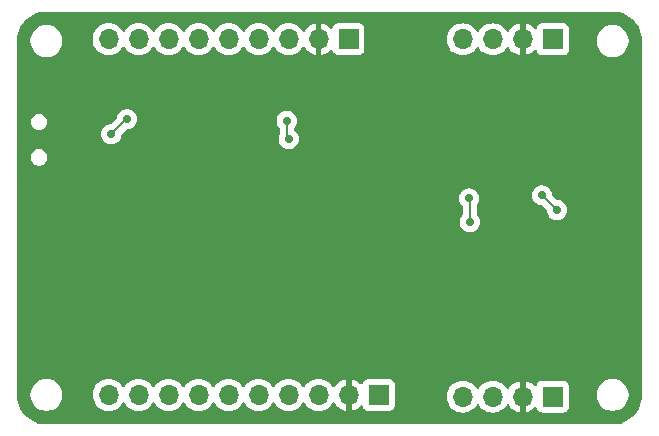
<source format=gbr>
%TF.GenerationSoftware,KiCad,Pcbnew,8.0.5*%
%TF.CreationDate,2024-11-08T16:32:20+02:00*%
%TF.ProjectId,FirstTrace,46697273-7454-4726-9163-652e6b696361,1.0*%
%TF.SameCoordinates,Original*%
%TF.FileFunction,Copper,L2,Bot*%
%TF.FilePolarity,Positive*%
%FSLAX46Y46*%
G04 Gerber Fmt 4.6, Leading zero omitted, Abs format (unit mm)*
G04 Created by KiCad (PCBNEW 8.0.5) date 2024-11-08 16:32:20*
%MOMM*%
%LPD*%
G01*
G04 APERTURE LIST*
%TA.AperFunction,ComponentPad*%
%ADD10R,1.700000X1.700000*%
%TD*%
%TA.AperFunction,ComponentPad*%
%ADD11O,1.700000X1.700000*%
%TD*%
%TA.AperFunction,ViaPad*%
%ADD12C,0.700000*%
%TD*%
%TA.AperFunction,Conductor*%
%ADD13C,0.200000*%
%TD*%
G04 APERTURE END LIST*
D10*
%TO.P,J3,1,Pin_1*%
%TO.N,+3.3V*%
X162060000Y-84720000D03*
D11*
%TO.P,J3,2,Pin_2*%
%TO.N,GND*%
X159520000Y-84720000D03*
%TO.P,J3,3,Pin_3*%
%TO.N,PB3*%
X156980000Y-84720000D03*
%TO.P,J3,4,Pin_4*%
%TO.N,PB4*%
X154440000Y-84720000D03*
%TO.P,J3,5,Pin_5*%
%TO.N,PB5*%
X151900000Y-84720000D03*
%TO.P,J3,6,Pin_6*%
%TO.N,PB6*%
X149360000Y-84720000D03*
%TO.P,J3,7,Pin_7*%
%TO.N,PB7*%
X146820000Y-84720000D03*
%TO.P,J3,8,Pin_8*%
%TO.N,PB8*%
X144280000Y-84720000D03*
%TO.P,J3,9,Pin_9*%
%TO.N,PB9*%
X141740000Y-84720000D03*
%TD*%
D10*
%TO.P,J4,1,Pin_1*%
%TO.N,+3.3V*%
X179350000Y-114980000D03*
D11*
%TO.P,J4,2,Pin_2*%
%TO.N,GND*%
X176810000Y-114980000D03*
%TO.P,J4,3,Pin_3*%
%TO.N,PB11*%
X174270000Y-114980000D03*
%TO.P,J4,4,Pin_4*%
%TO.N,PB10*%
X171730000Y-114980000D03*
%TD*%
D10*
%TO.P,J2,1,Pin_1*%
%TO.N,+3.3V*%
X179350000Y-84730000D03*
D11*
%TO.P,J2,2,Pin_2*%
%TO.N,GND*%
X176810000Y-84730000D03*
%TO.P,J2,3,Pin_3*%
%TO.N,SWDIO*%
X174270000Y-84730000D03*
%TO.P,J2,4,Pin_4*%
%TO.N,SWCLK*%
X171730000Y-84730000D03*
%TD*%
D10*
%TO.P,J5,1,Pin_1*%
%TO.N,+3.3V*%
X164610000Y-114830000D03*
D11*
%TO.P,J5,2,Pin_2*%
%TO.N,GND*%
X162070000Y-114830000D03*
%TO.P,J5,3,Pin_3*%
%TO.N,PB2*%
X159530000Y-114830000D03*
%TO.P,J5,4,Pin_4*%
%TO.N,PB1*%
X156990000Y-114830000D03*
%TO.P,J5,5,Pin_5*%
%TO.N,PB0*%
X154450000Y-114830000D03*
%TO.P,J5,6,Pin_6*%
%TO.N,PA7*%
X151910000Y-114830000D03*
%TO.P,J5,7,Pin_7*%
%TO.N,PA6*%
X149370000Y-114830000D03*
%TO.P,J5,8,Pin_8*%
%TO.N,PA5*%
X146830000Y-114830000D03*
%TO.P,J5,9,Pin_9*%
%TO.N,PA4*%
X144290000Y-114830000D03*
%TO.P,J5,10,Pin_10*%
%TO.N,PA3*%
X141750000Y-114830000D03*
%TD*%
D12*
%TO.N,GND*%
X179440000Y-106400000D03*
X179360000Y-102770000D03*
X180020000Y-97680000D03*
X153580000Y-102810000D03*
X177890000Y-98910000D03*
X179340000Y-102040000D03*
X163340000Y-109020000D03*
X152310000Y-96540000D03*
X164930000Y-97320000D03*
X154110000Y-101780000D03*
X155430000Y-97800000D03*
X164590000Y-102240000D03*
X150630000Y-102050000D03*
X139250000Y-90970000D03*
X178660000Y-106410000D03*
X182880000Y-106110000D03*
X155430000Y-106310000D03*
X159670000Y-100300000D03*
X160370000Y-96880000D03*
X155860000Y-102560000D03*
X154070000Y-96820000D03*
%TO.N,D-*%
X178462500Y-97952500D03*
X179720000Y-99190000D03*
%TO.N,/BOOT0*%
X141980000Y-92770000D03*
X156820000Y-91640000D03*
X156990000Y-93170000D03*
X143280000Y-91490000D03*
%TO.N,USB_D+*%
X172280380Y-98210380D03*
X172320000Y-100200000D03*
%TD*%
D13*
%TO.N,D-*%
X179700000Y-99190000D02*
X178462500Y-97952500D01*
X179720000Y-99190000D02*
X179700000Y-99190000D01*
%TO.N,/BOOT0*%
X143260000Y-91490000D02*
X141980000Y-92770000D01*
X156820000Y-91640000D02*
X156820000Y-93000000D01*
X156820000Y-93000000D02*
X156990000Y-93170000D01*
X143280000Y-91490000D02*
X143260000Y-91490000D01*
%TO.N,USB_D+*%
X172320000Y-100200000D02*
X172320000Y-98250000D01*
X172320000Y-98250000D02*
X172280380Y-98210380D01*
%TD*%
%TA.AperFunction,Conductor*%
%TO.N,GND*%
G36*
X184423736Y-82380726D02*
G01*
X184713796Y-82398271D01*
X184728659Y-82400076D01*
X185010798Y-82451780D01*
X185025335Y-82455363D01*
X185299172Y-82540695D01*
X185313163Y-82546000D01*
X185574743Y-82663727D01*
X185587989Y-82670680D01*
X185833465Y-82819075D01*
X185845776Y-82827573D01*
X186071573Y-83004473D01*
X186082781Y-83014403D01*
X186285596Y-83217218D01*
X186295526Y-83228426D01*
X186466428Y-83446567D01*
X186472422Y-83454217D01*
X186480926Y-83466537D01*
X186616924Y-83691505D01*
X186629316Y-83712004D01*
X186636275Y-83725263D01*
X186753997Y-83986831D01*
X186759306Y-84000832D01*
X186844635Y-84274663D01*
X186848219Y-84289201D01*
X186899923Y-84571340D01*
X186901728Y-84586205D01*
X186919274Y-84876263D01*
X186919500Y-84883750D01*
X186919500Y-114836249D01*
X186919274Y-114843736D01*
X186901728Y-115133794D01*
X186899923Y-115148659D01*
X186848219Y-115430798D01*
X186844635Y-115445336D01*
X186759306Y-115719167D01*
X186753997Y-115733168D01*
X186636275Y-115994736D01*
X186629316Y-116007995D01*
X186480928Y-116253459D01*
X186472422Y-116265782D01*
X186295526Y-116491573D01*
X186285596Y-116502781D01*
X186082781Y-116705596D01*
X186071573Y-116715526D01*
X185845782Y-116892422D01*
X185833459Y-116900928D01*
X185587995Y-117049316D01*
X185574736Y-117056275D01*
X185313168Y-117173997D01*
X185299167Y-117179306D01*
X185025336Y-117264635D01*
X185010798Y-117268219D01*
X184728659Y-117319923D01*
X184713794Y-117321728D01*
X184423736Y-117339274D01*
X184416249Y-117339500D01*
X136483751Y-117339500D01*
X136476264Y-117339274D01*
X136186205Y-117321728D01*
X136171340Y-117319923D01*
X135889201Y-117268219D01*
X135874663Y-117264635D01*
X135600832Y-117179306D01*
X135586831Y-117173997D01*
X135325263Y-117056275D01*
X135312004Y-117049316D01*
X135066540Y-116900928D01*
X135054217Y-116892422D01*
X134828426Y-116715526D01*
X134817218Y-116705596D01*
X134614403Y-116502781D01*
X134604473Y-116491573D01*
X134427573Y-116265776D01*
X134419075Y-116253465D01*
X134270680Y-116007989D01*
X134263727Y-115994743D01*
X134146000Y-115733163D01*
X134140693Y-115719167D01*
X134135157Y-115701402D01*
X134055363Y-115445335D01*
X134051780Y-115430798D01*
X134025429Y-115287007D01*
X134000075Y-115148657D01*
X133998271Y-115133794D01*
X133994134Y-115065408D01*
X133980726Y-114843736D01*
X133980500Y-114836249D01*
X133980500Y-114733713D01*
X135129500Y-114733713D01*
X135129500Y-114946287D01*
X135134840Y-114980000D01*
X135161552Y-115148659D01*
X135162754Y-115156243D01*
X135219211Y-115330000D01*
X135228444Y-115358414D01*
X135324951Y-115547820D01*
X135449890Y-115719786D01*
X135600213Y-115870109D01*
X135772179Y-115995048D01*
X135772181Y-115995049D01*
X135772184Y-115995051D01*
X135961588Y-116091557D01*
X136163757Y-116157246D01*
X136373713Y-116190500D01*
X136373714Y-116190500D01*
X136586286Y-116190500D01*
X136586287Y-116190500D01*
X136796243Y-116157246D01*
X136998412Y-116091557D01*
X137187816Y-115995051D01*
X137267052Y-115937483D01*
X137359786Y-115870109D01*
X137359788Y-115870106D01*
X137359792Y-115870104D01*
X137510104Y-115719792D01*
X137510106Y-115719788D01*
X137510109Y-115719786D01*
X137635048Y-115547820D01*
X137635047Y-115547820D01*
X137635051Y-115547816D01*
X137731557Y-115358412D01*
X137797246Y-115156243D01*
X137830500Y-114946287D01*
X137830500Y-114829999D01*
X140394341Y-114829999D01*
X140394341Y-114830000D01*
X140414936Y-115065403D01*
X140414938Y-115065413D01*
X140476094Y-115293655D01*
X140476096Y-115293659D01*
X140476097Y-115293663D01*
X140556004Y-115465023D01*
X140575965Y-115507830D01*
X140575967Y-115507834D01*
X140603966Y-115547820D01*
X140711505Y-115701401D01*
X140878599Y-115868495D01*
X140975384Y-115936265D01*
X141072165Y-116004032D01*
X141072167Y-116004033D01*
X141072170Y-116004035D01*
X141286337Y-116103903D01*
X141514592Y-116165063D01*
X141691034Y-116180500D01*
X141749999Y-116185659D01*
X141750000Y-116185659D01*
X141750001Y-116185659D01*
X141808966Y-116180500D01*
X141985408Y-116165063D01*
X142213663Y-116103903D01*
X142427830Y-116004035D01*
X142621401Y-115868495D01*
X142788495Y-115701401D01*
X142918425Y-115515842D01*
X142973002Y-115472217D01*
X143042500Y-115465023D01*
X143104855Y-115496546D01*
X143121575Y-115515842D01*
X143251500Y-115701395D01*
X143251505Y-115701401D01*
X143418599Y-115868495D01*
X143515384Y-115936265D01*
X143612165Y-116004032D01*
X143612167Y-116004033D01*
X143612170Y-116004035D01*
X143826337Y-116103903D01*
X144054592Y-116165063D01*
X144231034Y-116180500D01*
X144289999Y-116185659D01*
X144290000Y-116185659D01*
X144290001Y-116185659D01*
X144348966Y-116180500D01*
X144525408Y-116165063D01*
X144753663Y-116103903D01*
X144967830Y-116004035D01*
X145161401Y-115868495D01*
X145328495Y-115701401D01*
X145458425Y-115515842D01*
X145513002Y-115472217D01*
X145582500Y-115465023D01*
X145644855Y-115496546D01*
X145661575Y-115515842D01*
X145791500Y-115701395D01*
X145791505Y-115701401D01*
X145958599Y-115868495D01*
X146055384Y-115936265D01*
X146152165Y-116004032D01*
X146152167Y-116004033D01*
X146152170Y-116004035D01*
X146366337Y-116103903D01*
X146594592Y-116165063D01*
X146771034Y-116180500D01*
X146829999Y-116185659D01*
X146830000Y-116185659D01*
X146830001Y-116185659D01*
X146888966Y-116180500D01*
X147065408Y-116165063D01*
X147293663Y-116103903D01*
X147507830Y-116004035D01*
X147701401Y-115868495D01*
X147868495Y-115701401D01*
X147998425Y-115515842D01*
X148053002Y-115472217D01*
X148122500Y-115465023D01*
X148184855Y-115496546D01*
X148201575Y-115515842D01*
X148331500Y-115701395D01*
X148331505Y-115701401D01*
X148498599Y-115868495D01*
X148595384Y-115936265D01*
X148692165Y-116004032D01*
X148692167Y-116004033D01*
X148692170Y-116004035D01*
X148906337Y-116103903D01*
X149134592Y-116165063D01*
X149311034Y-116180500D01*
X149369999Y-116185659D01*
X149370000Y-116185659D01*
X149370001Y-116185659D01*
X149428966Y-116180500D01*
X149605408Y-116165063D01*
X149833663Y-116103903D01*
X150047830Y-116004035D01*
X150241401Y-115868495D01*
X150408495Y-115701401D01*
X150538425Y-115515842D01*
X150593002Y-115472217D01*
X150662500Y-115465023D01*
X150724855Y-115496546D01*
X150741575Y-115515842D01*
X150871500Y-115701395D01*
X150871505Y-115701401D01*
X151038599Y-115868495D01*
X151135384Y-115936265D01*
X151232165Y-116004032D01*
X151232167Y-116004033D01*
X151232170Y-116004035D01*
X151446337Y-116103903D01*
X151674592Y-116165063D01*
X151851034Y-116180500D01*
X151909999Y-116185659D01*
X151910000Y-116185659D01*
X151910001Y-116185659D01*
X151968966Y-116180500D01*
X152145408Y-116165063D01*
X152373663Y-116103903D01*
X152587830Y-116004035D01*
X152781401Y-115868495D01*
X152948495Y-115701401D01*
X153078425Y-115515842D01*
X153133002Y-115472217D01*
X153202500Y-115465023D01*
X153264855Y-115496546D01*
X153281575Y-115515842D01*
X153411500Y-115701395D01*
X153411505Y-115701401D01*
X153578599Y-115868495D01*
X153675384Y-115936265D01*
X153772165Y-116004032D01*
X153772167Y-116004033D01*
X153772170Y-116004035D01*
X153986337Y-116103903D01*
X154214592Y-116165063D01*
X154391034Y-116180500D01*
X154449999Y-116185659D01*
X154450000Y-116185659D01*
X154450001Y-116185659D01*
X154508966Y-116180500D01*
X154685408Y-116165063D01*
X154913663Y-116103903D01*
X155127830Y-116004035D01*
X155321401Y-115868495D01*
X155488495Y-115701401D01*
X155618425Y-115515842D01*
X155673002Y-115472217D01*
X155742500Y-115465023D01*
X155804855Y-115496546D01*
X155821575Y-115515842D01*
X155951500Y-115701395D01*
X155951505Y-115701401D01*
X156118599Y-115868495D01*
X156215384Y-115936265D01*
X156312165Y-116004032D01*
X156312167Y-116004033D01*
X156312170Y-116004035D01*
X156526337Y-116103903D01*
X156754592Y-116165063D01*
X156931034Y-116180500D01*
X156989999Y-116185659D01*
X156990000Y-116185659D01*
X156990001Y-116185659D01*
X157048966Y-116180500D01*
X157225408Y-116165063D01*
X157453663Y-116103903D01*
X157667830Y-116004035D01*
X157861401Y-115868495D01*
X158028495Y-115701401D01*
X158158425Y-115515842D01*
X158213002Y-115472217D01*
X158282500Y-115465023D01*
X158344855Y-115496546D01*
X158361575Y-115515842D01*
X158491500Y-115701395D01*
X158491505Y-115701401D01*
X158658599Y-115868495D01*
X158755384Y-115936265D01*
X158852165Y-116004032D01*
X158852167Y-116004033D01*
X158852170Y-116004035D01*
X159066337Y-116103903D01*
X159294592Y-116165063D01*
X159471034Y-116180500D01*
X159529999Y-116185659D01*
X159530000Y-116185659D01*
X159530001Y-116185659D01*
X159588966Y-116180500D01*
X159765408Y-116165063D01*
X159993663Y-116103903D01*
X160207830Y-116004035D01*
X160401401Y-115868495D01*
X160568495Y-115701401D01*
X160698730Y-115515405D01*
X160753307Y-115471781D01*
X160822805Y-115464587D01*
X160885160Y-115496110D01*
X160901879Y-115515405D01*
X161031890Y-115701078D01*
X161198917Y-115868105D01*
X161392421Y-116003600D01*
X161606507Y-116103429D01*
X161606516Y-116103433D01*
X161820000Y-116160634D01*
X161820000Y-115263012D01*
X161877007Y-115295925D01*
X162004174Y-115330000D01*
X162135826Y-115330000D01*
X162262993Y-115295925D01*
X162320000Y-115263012D01*
X162320000Y-116160633D01*
X162533483Y-116103433D01*
X162533492Y-116103429D01*
X162747578Y-116003600D01*
X162941078Y-115868108D01*
X163063133Y-115746053D01*
X163124456Y-115712568D01*
X163194148Y-115717552D01*
X163250082Y-115759423D01*
X163266997Y-115790401D01*
X163316202Y-115922328D01*
X163316206Y-115922335D01*
X163402452Y-116037544D01*
X163402455Y-116037547D01*
X163517664Y-116123793D01*
X163517671Y-116123797D01*
X163652517Y-116174091D01*
X163652516Y-116174091D01*
X163659444Y-116174835D01*
X163712127Y-116180500D01*
X165507872Y-116180499D01*
X165567483Y-116174091D01*
X165702331Y-116123796D01*
X165817546Y-116037546D01*
X165903796Y-115922331D01*
X165954091Y-115787483D01*
X165960500Y-115727873D01*
X165960500Y-114979999D01*
X170374341Y-114979999D01*
X170374341Y-114980000D01*
X170394936Y-115215403D01*
X170394938Y-115215413D01*
X170456094Y-115443655D01*
X170456096Y-115443659D01*
X170456097Y-115443663D01*
X170536004Y-115615023D01*
X170555965Y-115657830D01*
X170555967Y-115657834D01*
X170608717Y-115733168D01*
X170691505Y-115851401D01*
X170858599Y-116018495D01*
X170955384Y-116086265D01*
X171052165Y-116154032D01*
X171052167Y-116154033D01*
X171052170Y-116154035D01*
X171266337Y-116253903D01*
X171266343Y-116253904D01*
X171266344Y-116253905D01*
X171321285Y-116268626D01*
X171494592Y-116315063D01*
X171671034Y-116330500D01*
X171729999Y-116335659D01*
X171730000Y-116335659D01*
X171730001Y-116335659D01*
X171788966Y-116330500D01*
X171965408Y-116315063D01*
X172193663Y-116253903D01*
X172407830Y-116154035D01*
X172601401Y-116018495D01*
X172768495Y-115851401D01*
X172898425Y-115665842D01*
X172953002Y-115622217D01*
X173022500Y-115615023D01*
X173084855Y-115646546D01*
X173101575Y-115665842D01*
X173231500Y-115851395D01*
X173231505Y-115851401D01*
X173398599Y-116018495D01*
X173495384Y-116086265D01*
X173592165Y-116154032D01*
X173592167Y-116154033D01*
X173592170Y-116154035D01*
X173806337Y-116253903D01*
X173806343Y-116253904D01*
X173806344Y-116253905D01*
X173861285Y-116268626D01*
X174034592Y-116315063D01*
X174211034Y-116330500D01*
X174269999Y-116335659D01*
X174270000Y-116335659D01*
X174270001Y-116335659D01*
X174328966Y-116330500D01*
X174505408Y-116315063D01*
X174733663Y-116253903D01*
X174947830Y-116154035D01*
X175141401Y-116018495D01*
X175308495Y-115851401D01*
X175438730Y-115665405D01*
X175493307Y-115621781D01*
X175562805Y-115614587D01*
X175625160Y-115646110D01*
X175641879Y-115665405D01*
X175771890Y-115851078D01*
X175938917Y-116018105D01*
X176132421Y-116153600D01*
X176346507Y-116253429D01*
X176346516Y-116253433D01*
X176560000Y-116310634D01*
X176560000Y-115413012D01*
X176617007Y-115445925D01*
X176744174Y-115480000D01*
X176875826Y-115480000D01*
X177002993Y-115445925D01*
X177060000Y-115413012D01*
X177060000Y-116310633D01*
X177273483Y-116253433D01*
X177273492Y-116253429D01*
X177487578Y-116153600D01*
X177681078Y-116018108D01*
X177803133Y-115896053D01*
X177864456Y-115862568D01*
X177934148Y-115867552D01*
X177990082Y-115909423D01*
X178006997Y-115940401D01*
X178056202Y-116072328D01*
X178056206Y-116072335D01*
X178142452Y-116187544D01*
X178142455Y-116187547D01*
X178257664Y-116273793D01*
X178257671Y-116273797D01*
X178392517Y-116324091D01*
X178392516Y-116324091D01*
X178399444Y-116324835D01*
X178452127Y-116330500D01*
X180247872Y-116330499D01*
X180307483Y-116324091D01*
X180442331Y-116273796D01*
X180557546Y-116187546D01*
X180643796Y-116072331D01*
X180694091Y-115937483D01*
X180700500Y-115877873D01*
X180700499Y-114733713D01*
X183069500Y-114733713D01*
X183069500Y-114946287D01*
X183074840Y-114980000D01*
X183101552Y-115148659D01*
X183102754Y-115156243D01*
X183159211Y-115330000D01*
X183168444Y-115358414D01*
X183264951Y-115547820D01*
X183389890Y-115719786D01*
X183540213Y-115870109D01*
X183712179Y-115995048D01*
X183712181Y-115995049D01*
X183712184Y-115995051D01*
X183901588Y-116091557D01*
X184103757Y-116157246D01*
X184313713Y-116190500D01*
X184313714Y-116190500D01*
X184526286Y-116190500D01*
X184526287Y-116190500D01*
X184736243Y-116157246D01*
X184938412Y-116091557D01*
X185127816Y-115995051D01*
X185207052Y-115937483D01*
X185299786Y-115870109D01*
X185299788Y-115870106D01*
X185299792Y-115870104D01*
X185450104Y-115719792D01*
X185450106Y-115719788D01*
X185450109Y-115719786D01*
X185575048Y-115547820D01*
X185575047Y-115547820D01*
X185575051Y-115547816D01*
X185671557Y-115358412D01*
X185737246Y-115156243D01*
X185770500Y-114946287D01*
X185770500Y-114733713D01*
X185737246Y-114523757D01*
X185671557Y-114321588D01*
X185575051Y-114132184D01*
X185575049Y-114132181D01*
X185575048Y-114132179D01*
X185450109Y-113960213D01*
X185299786Y-113809890D01*
X185127820Y-113684951D01*
X184938414Y-113588444D01*
X184938413Y-113588443D01*
X184938412Y-113588443D01*
X184736243Y-113522754D01*
X184736241Y-113522753D01*
X184736240Y-113522753D01*
X184560621Y-113494938D01*
X184526287Y-113489500D01*
X184313713Y-113489500D01*
X184279379Y-113494938D01*
X184103760Y-113522753D01*
X183901585Y-113588444D01*
X183712179Y-113684951D01*
X183540213Y-113809890D01*
X183389890Y-113960213D01*
X183264951Y-114132179D01*
X183168444Y-114321585D01*
X183102753Y-114523760D01*
X183091534Y-114594596D01*
X183069500Y-114733713D01*
X180700499Y-114733713D01*
X180700499Y-114082128D01*
X180694091Y-114022517D01*
X180693002Y-114019598D01*
X180643797Y-113887671D01*
X180643793Y-113887664D01*
X180557547Y-113772455D01*
X180557544Y-113772452D01*
X180442335Y-113686206D01*
X180442328Y-113686202D01*
X180307482Y-113635908D01*
X180307483Y-113635908D01*
X180247883Y-113629501D01*
X180247881Y-113629500D01*
X180247873Y-113629500D01*
X180247864Y-113629500D01*
X178452129Y-113629500D01*
X178452123Y-113629501D01*
X178392516Y-113635908D01*
X178257671Y-113686202D01*
X178257664Y-113686206D01*
X178142455Y-113772452D01*
X178142452Y-113772455D01*
X178056206Y-113887664D01*
X178056202Y-113887671D01*
X178006997Y-114019598D01*
X177965126Y-114075532D01*
X177899661Y-114099949D01*
X177831388Y-114085097D01*
X177803134Y-114063946D01*
X177681082Y-113941894D01*
X177487578Y-113806399D01*
X177273492Y-113706570D01*
X177273486Y-113706567D01*
X177060000Y-113649364D01*
X177060000Y-114546988D01*
X177002993Y-114514075D01*
X176875826Y-114480000D01*
X176744174Y-114480000D01*
X176617007Y-114514075D01*
X176560000Y-114546988D01*
X176560000Y-113649364D01*
X176559999Y-113649364D01*
X176346513Y-113706567D01*
X176346507Y-113706570D01*
X176132422Y-113806399D01*
X176132420Y-113806400D01*
X175938926Y-113941886D01*
X175938920Y-113941891D01*
X175771891Y-114108920D01*
X175771890Y-114108922D01*
X175641880Y-114294595D01*
X175587303Y-114338219D01*
X175517804Y-114345412D01*
X175455450Y-114313890D01*
X175438730Y-114294594D01*
X175308494Y-114108597D01*
X175141402Y-113941506D01*
X175141395Y-113941501D01*
X174947834Y-113805967D01*
X174947830Y-113805965D01*
X174917648Y-113791891D01*
X174733663Y-113706097D01*
X174733659Y-113706096D01*
X174733655Y-113706094D01*
X174505413Y-113644938D01*
X174505403Y-113644936D01*
X174270001Y-113624341D01*
X174269999Y-113624341D01*
X174034596Y-113644936D01*
X174034586Y-113644938D01*
X173806344Y-113706094D01*
X173806335Y-113706098D01*
X173592171Y-113805964D01*
X173592169Y-113805965D01*
X173398597Y-113941505D01*
X173231505Y-114108597D01*
X173101575Y-114294158D01*
X173046998Y-114337783D01*
X172977500Y-114344977D01*
X172915145Y-114313454D01*
X172898425Y-114294158D01*
X172768494Y-114108597D01*
X172601402Y-113941506D01*
X172601395Y-113941501D01*
X172407834Y-113805967D01*
X172407830Y-113805965D01*
X172377648Y-113791891D01*
X172193663Y-113706097D01*
X172193659Y-113706096D01*
X172193655Y-113706094D01*
X171965413Y-113644938D01*
X171965403Y-113644936D01*
X171730001Y-113624341D01*
X171729999Y-113624341D01*
X171494596Y-113644936D01*
X171494586Y-113644938D01*
X171266344Y-113706094D01*
X171266335Y-113706098D01*
X171052171Y-113805964D01*
X171052169Y-113805965D01*
X170858597Y-113941505D01*
X170691505Y-114108597D01*
X170555965Y-114302169D01*
X170555964Y-114302171D01*
X170456098Y-114516335D01*
X170456094Y-114516344D01*
X170394938Y-114744586D01*
X170394936Y-114744596D01*
X170374341Y-114979999D01*
X165960500Y-114979999D01*
X165960499Y-113932128D01*
X165954091Y-113872517D01*
X165953002Y-113869598D01*
X165903797Y-113737671D01*
X165903793Y-113737664D01*
X165817547Y-113622455D01*
X165817544Y-113622452D01*
X165702335Y-113536206D01*
X165702328Y-113536202D01*
X165567482Y-113485908D01*
X165567483Y-113485908D01*
X165507883Y-113479501D01*
X165507881Y-113479500D01*
X165507873Y-113479500D01*
X165507864Y-113479500D01*
X163712129Y-113479500D01*
X163712123Y-113479501D01*
X163652516Y-113485908D01*
X163517671Y-113536202D01*
X163517664Y-113536206D01*
X163402455Y-113622452D01*
X163402452Y-113622455D01*
X163316206Y-113737664D01*
X163316202Y-113737671D01*
X163266997Y-113869598D01*
X163225126Y-113925532D01*
X163159661Y-113949949D01*
X163091388Y-113935097D01*
X163063134Y-113913946D01*
X162941082Y-113791894D01*
X162747578Y-113656399D01*
X162533492Y-113556570D01*
X162533486Y-113556567D01*
X162320000Y-113499364D01*
X162320000Y-114396988D01*
X162262993Y-114364075D01*
X162135826Y-114330000D01*
X162004174Y-114330000D01*
X161877007Y-114364075D01*
X161820000Y-114396988D01*
X161820000Y-113499364D01*
X161819999Y-113499364D01*
X161606513Y-113556567D01*
X161606507Y-113556570D01*
X161392422Y-113656399D01*
X161392420Y-113656400D01*
X161198926Y-113791886D01*
X161198920Y-113791891D01*
X161031891Y-113958920D01*
X161031890Y-113958922D01*
X160901880Y-114144595D01*
X160847303Y-114188219D01*
X160777804Y-114195412D01*
X160715450Y-114163890D01*
X160698730Y-114144594D01*
X160568494Y-113958597D01*
X160401402Y-113791506D01*
X160401395Y-113791501D01*
X160374190Y-113772452D01*
X160324518Y-113737671D01*
X160207834Y-113655967D01*
X160207830Y-113655965D01*
X160193674Y-113649364D01*
X159993663Y-113556097D01*
X159993659Y-113556096D01*
X159993655Y-113556094D01*
X159765413Y-113494938D01*
X159765403Y-113494936D01*
X159530001Y-113474341D01*
X159529999Y-113474341D01*
X159294596Y-113494936D01*
X159294586Y-113494938D01*
X159066344Y-113556094D01*
X159066335Y-113556098D01*
X158852171Y-113655964D01*
X158852169Y-113655965D01*
X158658597Y-113791505D01*
X158491505Y-113958597D01*
X158361575Y-114144158D01*
X158306998Y-114187783D01*
X158237500Y-114194977D01*
X158175145Y-114163454D01*
X158158425Y-114144158D01*
X158028494Y-113958597D01*
X157861402Y-113791506D01*
X157861395Y-113791501D01*
X157834190Y-113772452D01*
X157784518Y-113737671D01*
X157667834Y-113655967D01*
X157667830Y-113655965D01*
X157653674Y-113649364D01*
X157453663Y-113556097D01*
X157453659Y-113556096D01*
X157453655Y-113556094D01*
X157225413Y-113494938D01*
X157225403Y-113494936D01*
X156990001Y-113474341D01*
X156989999Y-113474341D01*
X156754596Y-113494936D01*
X156754586Y-113494938D01*
X156526344Y-113556094D01*
X156526335Y-113556098D01*
X156312171Y-113655964D01*
X156312169Y-113655965D01*
X156118597Y-113791505D01*
X155951505Y-113958597D01*
X155821575Y-114144158D01*
X155766998Y-114187783D01*
X155697500Y-114194977D01*
X155635145Y-114163454D01*
X155618425Y-114144158D01*
X155488494Y-113958597D01*
X155321402Y-113791506D01*
X155321395Y-113791501D01*
X155294190Y-113772452D01*
X155244518Y-113737671D01*
X155127834Y-113655967D01*
X155127830Y-113655965D01*
X155113674Y-113649364D01*
X154913663Y-113556097D01*
X154913659Y-113556096D01*
X154913655Y-113556094D01*
X154685413Y-113494938D01*
X154685403Y-113494936D01*
X154450001Y-113474341D01*
X154449999Y-113474341D01*
X154214596Y-113494936D01*
X154214586Y-113494938D01*
X153986344Y-113556094D01*
X153986335Y-113556098D01*
X153772171Y-113655964D01*
X153772169Y-113655965D01*
X153578597Y-113791505D01*
X153411505Y-113958597D01*
X153281575Y-114144158D01*
X153226998Y-114187783D01*
X153157500Y-114194977D01*
X153095145Y-114163454D01*
X153078425Y-114144158D01*
X152948494Y-113958597D01*
X152781402Y-113791506D01*
X152781395Y-113791501D01*
X152754190Y-113772452D01*
X152704518Y-113737671D01*
X152587834Y-113655967D01*
X152587830Y-113655965D01*
X152573674Y-113649364D01*
X152373663Y-113556097D01*
X152373659Y-113556096D01*
X152373655Y-113556094D01*
X152145413Y-113494938D01*
X152145403Y-113494936D01*
X151910001Y-113474341D01*
X151909999Y-113474341D01*
X151674596Y-113494936D01*
X151674586Y-113494938D01*
X151446344Y-113556094D01*
X151446335Y-113556098D01*
X151232171Y-113655964D01*
X151232169Y-113655965D01*
X151038597Y-113791505D01*
X150871505Y-113958597D01*
X150741575Y-114144158D01*
X150686998Y-114187783D01*
X150617500Y-114194977D01*
X150555145Y-114163454D01*
X150538425Y-114144158D01*
X150408494Y-113958597D01*
X150241402Y-113791506D01*
X150241395Y-113791501D01*
X150214190Y-113772452D01*
X150164518Y-113737671D01*
X150047834Y-113655967D01*
X150047830Y-113655965D01*
X150033674Y-113649364D01*
X149833663Y-113556097D01*
X149833659Y-113556096D01*
X149833655Y-113556094D01*
X149605413Y-113494938D01*
X149605403Y-113494936D01*
X149370001Y-113474341D01*
X149369999Y-113474341D01*
X149134596Y-113494936D01*
X149134586Y-113494938D01*
X148906344Y-113556094D01*
X148906335Y-113556098D01*
X148692171Y-113655964D01*
X148692169Y-113655965D01*
X148498597Y-113791505D01*
X148331505Y-113958597D01*
X148201575Y-114144158D01*
X148146998Y-114187783D01*
X148077500Y-114194977D01*
X148015145Y-114163454D01*
X147998425Y-114144158D01*
X147868494Y-113958597D01*
X147701402Y-113791506D01*
X147701395Y-113791501D01*
X147674190Y-113772452D01*
X147624518Y-113737671D01*
X147507834Y-113655967D01*
X147507830Y-113655965D01*
X147493674Y-113649364D01*
X147293663Y-113556097D01*
X147293659Y-113556096D01*
X147293655Y-113556094D01*
X147065413Y-113494938D01*
X147065403Y-113494936D01*
X146830001Y-113474341D01*
X146829999Y-113474341D01*
X146594596Y-113494936D01*
X146594586Y-113494938D01*
X146366344Y-113556094D01*
X146366335Y-113556098D01*
X146152171Y-113655964D01*
X146152169Y-113655965D01*
X145958597Y-113791505D01*
X145791505Y-113958597D01*
X145661575Y-114144158D01*
X145606998Y-114187783D01*
X145537500Y-114194977D01*
X145475145Y-114163454D01*
X145458425Y-114144158D01*
X145328494Y-113958597D01*
X145161402Y-113791506D01*
X145161395Y-113791501D01*
X145134190Y-113772452D01*
X145084518Y-113737671D01*
X144967834Y-113655967D01*
X144967830Y-113655965D01*
X144953674Y-113649364D01*
X144753663Y-113556097D01*
X144753659Y-113556096D01*
X144753655Y-113556094D01*
X144525413Y-113494938D01*
X144525403Y-113494936D01*
X144290001Y-113474341D01*
X144289999Y-113474341D01*
X144054596Y-113494936D01*
X144054586Y-113494938D01*
X143826344Y-113556094D01*
X143826335Y-113556098D01*
X143612171Y-113655964D01*
X143612169Y-113655965D01*
X143418597Y-113791505D01*
X143251505Y-113958597D01*
X143121575Y-114144158D01*
X143066998Y-114187783D01*
X142997500Y-114194977D01*
X142935145Y-114163454D01*
X142918425Y-114144158D01*
X142788494Y-113958597D01*
X142621402Y-113791506D01*
X142621395Y-113791501D01*
X142594190Y-113772452D01*
X142544518Y-113737671D01*
X142427834Y-113655967D01*
X142427830Y-113655965D01*
X142413674Y-113649364D01*
X142213663Y-113556097D01*
X142213659Y-113556096D01*
X142213655Y-113556094D01*
X141985413Y-113494938D01*
X141985403Y-113494936D01*
X141750001Y-113474341D01*
X141749999Y-113474341D01*
X141514596Y-113494936D01*
X141514586Y-113494938D01*
X141286344Y-113556094D01*
X141286335Y-113556098D01*
X141072171Y-113655964D01*
X141072169Y-113655965D01*
X140878597Y-113791505D01*
X140711505Y-113958597D01*
X140575965Y-114152169D01*
X140575964Y-114152171D01*
X140476098Y-114366335D01*
X140476094Y-114366344D01*
X140414938Y-114594586D01*
X140414936Y-114594596D01*
X140394341Y-114829999D01*
X137830500Y-114829999D01*
X137830500Y-114733713D01*
X137797246Y-114523757D01*
X137731557Y-114321588D01*
X137635051Y-114132184D01*
X137635049Y-114132181D01*
X137635048Y-114132179D01*
X137510109Y-113960213D01*
X137359786Y-113809890D01*
X137187820Y-113684951D01*
X136998414Y-113588444D01*
X136998413Y-113588443D01*
X136998412Y-113588443D01*
X136796243Y-113522754D01*
X136796241Y-113522753D01*
X136796240Y-113522753D01*
X136620621Y-113494938D01*
X136586287Y-113489500D01*
X136373713Y-113489500D01*
X136339379Y-113494938D01*
X136163760Y-113522753D01*
X135961585Y-113588444D01*
X135772179Y-113684951D01*
X135600213Y-113809890D01*
X135449890Y-113960213D01*
X135324951Y-114132179D01*
X135228444Y-114321585D01*
X135162753Y-114523760D01*
X135151534Y-114594596D01*
X135129500Y-114733713D01*
X133980500Y-114733713D01*
X133980500Y-98210380D01*
X171425195Y-98210380D01*
X171443883Y-98388185D01*
X171443884Y-98388187D01*
X171499127Y-98558209D01*
X171499130Y-98558215D01*
X171588518Y-98713041D01*
X171588519Y-98713043D01*
X171588521Y-98713045D01*
X171687651Y-98823140D01*
X171717880Y-98886129D01*
X171719500Y-98906110D01*
X171719500Y-99548270D01*
X171699815Y-99615309D01*
X171687650Y-99631242D01*
X171628144Y-99697329D01*
X171628139Y-99697336D01*
X171538750Y-99852164D01*
X171538747Y-99852170D01*
X171483504Y-100022192D01*
X171483503Y-100022194D01*
X171464815Y-100200000D01*
X171483503Y-100377805D01*
X171483504Y-100377807D01*
X171538747Y-100547829D01*
X171538750Y-100547835D01*
X171628141Y-100702665D01*
X171669812Y-100748946D01*
X171747764Y-100835521D01*
X171747767Y-100835523D01*
X171747770Y-100835526D01*
X171892407Y-100940612D01*
X172055733Y-101013329D01*
X172230609Y-101050500D01*
X172230610Y-101050500D01*
X172409389Y-101050500D01*
X172409391Y-101050500D01*
X172584267Y-101013329D01*
X172747593Y-100940612D01*
X172892230Y-100835526D01*
X173011859Y-100702665D01*
X173101250Y-100547835D01*
X173156497Y-100377803D01*
X173175185Y-100200000D01*
X173156497Y-100022197D01*
X173101250Y-99852165D01*
X173011859Y-99697335D01*
X173011855Y-99697329D01*
X172952350Y-99631242D01*
X172922120Y-99568250D01*
X172920500Y-99548270D01*
X172920500Y-98818105D01*
X172940185Y-98751066D01*
X172952343Y-98735140D01*
X172972239Y-98713045D01*
X173061630Y-98558215D01*
X173116877Y-98388183D01*
X173135565Y-98210380D01*
X173116877Y-98032577D01*
X173090858Y-97952500D01*
X177607315Y-97952500D01*
X177626003Y-98130305D01*
X177626004Y-98130307D01*
X177681247Y-98300329D01*
X177681250Y-98300335D01*
X177770641Y-98455165D01*
X177812312Y-98501446D01*
X177890264Y-98588021D01*
X177890267Y-98588023D01*
X177890270Y-98588026D01*
X178034907Y-98693112D01*
X178198233Y-98765829D01*
X178373109Y-98803000D01*
X178412403Y-98803000D01*
X178479442Y-98822685D01*
X178500084Y-98839319D01*
X178835415Y-99174650D01*
X178868900Y-99235973D01*
X178871055Y-99249369D01*
X178883503Y-99367804D01*
X178883504Y-99367807D01*
X178938747Y-99537829D01*
X178938750Y-99537835D01*
X179028141Y-99692665D01*
X179069812Y-99738946D01*
X179147764Y-99825521D01*
X179147767Y-99825523D01*
X179147770Y-99825526D01*
X179292407Y-99930612D01*
X179455733Y-100003329D01*
X179630609Y-100040500D01*
X179630610Y-100040500D01*
X179809389Y-100040500D01*
X179809391Y-100040500D01*
X179984267Y-100003329D01*
X180147593Y-99930612D01*
X180292230Y-99825526D01*
X180411859Y-99692665D01*
X180501250Y-99537835D01*
X180556497Y-99367803D01*
X180575185Y-99190000D01*
X180556497Y-99012197D01*
X180501250Y-98842165D01*
X180411859Y-98687335D01*
X180365003Y-98635296D01*
X180292235Y-98554478D01*
X180292232Y-98554476D01*
X180292231Y-98554475D01*
X180292230Y-98554474D01*
X180147593Y-98449388D01*
X179984267Y-98376671D01*
X179984265Y-98376670D01*
X179856594Y-98349533D01*
X179809391Y-98339500D01*
X179809390Y-98339500D01*
X179750097Y-98339500D01*
X179683058Y-98319815D01*
X179662416Y-98303181D01*
X179349433Y-97990198D01*
X179315948Y-97928875D01*
X179313795Y-97915492D01*
X179298997Y-97774697D01*
X179243750Y-97604665D01*
X179154359Y-97449835D01*
X179106831Y-97397050D01*
X179034735Y-97316978D01*
X179034732Y-97316976D01*
X179034731Y-97316975D01*
X179034730Y-97316974D01*
X178890093Y-97211888D01*
X178726767Y-97139171D01*
X178726765Y-97139170D01*
X178599094Y-97112033D01*
X178551891Y-97102000D01*
X178373109Y-97102000D01*
X178342454Y-97108515D01*
X178198233Y-97139170D01*
X178198228Y-97139172D01*
X178034908Y-97211887D01*
X177890268Y-97316975D01*
X177770640Y-97449836D01*
X177681250Y-97604664D01*
X177681247Y-97604670D01*
X177626004Y-97774692D01*
X177626003Y-97774694D01*
X177607315Y-97952500D01*
X173090858Y-97952500D01*
X173061630Y-97862545D01*
X172972239Y-97707715D01*
X172879457Y-97604670D01*
X172852615Y-97574858D01*
X172852612Y-97574856D01*
X172852611Y-97574855D01*
X172852610Y-97574854D01*
X172707973Y-97469768D01*
X172544647Y-97397051D01*
X172544645Y-97397050D01*
X172416974Y-97369913D01*
X172369771Y-97359880D01*
X172190989Y-97359880D01*
X172160334Y-97366395D01*
X172016113Y-97397050D01*
X172016108Y-97397052D01*
X171852788Y-97469767D01*
X171708148Y-97574855D01*
X171588520Y-97707716D01*
X171499130Y-97862544D01*
X171499127Y-97862550D01*
X171443884Y-98032572D01*
X171443883Y-98032574D01*
X171425195Y-98210380D01*
X133980500Y-98210380D01*
X133980500Y-94798995D01*
X135154499Y-94798995D01*
X135181418Y-94934322D01*
X135181421Y-94934332D01*
X135234221Y-95061804D01*
X135234228Y-95061817D01*
X135310885Y-95176541D01*
X135310888Y-95176545D01*
X135408454Y-95274111D01*
X135408458Y-95274114D01*
X135523182Y-95350771D01*
X135523195Y-95350778D01*
X135650667Y-95403578D01*
X135650672Y-95403580D01*
X135650676Y-95403580D01*
X135650677Y-95403581D01*
X135786004Y-95430500D01*
X135786007Y-95430500D01*
X135923995Y-95430500D01*
X136015041Y-95412389D01*
X136059328Y-95403580D01*
X136186811Y-95350775D01*
X136301542Y-95274114D01*
X136399114Y-95176542D01*
X136475775Y-95061811D01*
X136528580Y-94934328D01*
X136555500Y-94798993D01*
X136555500Y-94661007D01*
X136555500Y-94661004D01*
X136528581Y-94525677D01*
X136528580Y-94525676D01*
X136528580Y-94525672D01*
X136528578Y-94525667D01*
X136475778Y-94398195D01*
X136475771Y-94398182D01*
X136399114Y-94283458D01*
X136399111Y-94283454D01*
X136301545Y-94185888D01*
X136301541Y-94185885D01*
X136186817Y-94109228D01*
X136186804Y-94109221D01*
X136059332Y-94056421D01*
X136059322Y-94056418D01*
X135923995Y-94029500D01*
X135923993Y-94029500D01*
X135786007Y-94029500D01*
X135786005Y-94029500D01*
X135650677Y-94056418D01*
X135650667Y-94056421D01*
X135523195Y-94109221D01*
X135523182Y-94109228D01*
X135408458Y-94185885D01*
X135408454Y-94185888D01*
X135310888Y-94283454D01*
X135310885Y-94283458D01*
X135234228Y-94398182D01*
X135234221Y-94398195D01*
X135181421Y-94525667D01*
X135181418Y-94525677D01*
X135154500Y-94661004D01*
X135154500Y-94661007D01*
X135154500Y-94798993D01*
X135154500Y-94798995D01*
X135154499Y-94798995D01*
X133980500Y-94798995D01*
X133980500Y-92770000D01*
X141124815Y-92770000D01*
X141143503Y-92947805D01*
X141143504Y-92947807D01*
X141198747Y-93117829D01*
X141198750Y-93117835D01*
X141288141Y-93272665D01*
X141329812Y-93318946D01*
X141407764Y-93405521D01*
X141407767Y-93405523D01*
X141407770Y-93405526D01*
X141552407Y-93510612D01*
X141715733Y-93583329D01*
X141890609Y-93620500D01*
X141890610Y-93620500D01*
X142069389Y-93620500D01*
X142069391Y-93620500D01*
X142244267Y-93583329D01*
X142407593Y-93510612D01*
X142552230Y-93405526D01*
X142671859Y-93272665D01*
X142761250Y-93117835D01*
X142816497Y-92947803D01*
X142831294Y-92807016D01*
X142857877Y-92742405D01*
X142866923Y-92732310D01*
X143222416Y-92376819D01*
X143283739Y-92343334D01*
X143310097Y-92340500D01*
X143369389Y-92340500D01*
X143369391Y-92340500D01*
X143544267Y-92303329D01*
X143707593Y-92230612D01*
X143852230Y-92125526D01*
X143971859Y-91992665D01*
X144061250Y-91837835D01*
X144116497Y-91667803D01*
X144119419Y-91640000D01*
X155964815Y-91640000D01*
X155983503Y-91817805D01*
X155983504Y-91817807D01*
X156038747Y-91987829D01*
X156038750Y-91987835D01*
X156128141Y-92142665D01*
X156158647Y-92176545D01*
X156187650Y-92208756D01*
X156217880Y-92271747D01*
X156219500Y-92291728D01*
X156219500Y-92771663D01*
X156210123Y-92815778D01*
X156210758Y-92815985D01*
X156208797Y-92822019D01*
X156208781Y-92822096D01*
X156208749Y-92822167D01*
X156153504Y-92992192D01*
X156153503Y-92992194D01*
X156134815Y-93170000D01*
X156153503Y-93347805D01*
X156153504Y-93347807D01*
X156208747Y-93517829D01*
X156208750Y-93517835D01*
X156298141Y-93672665D01*
X156339812Y-93718946D01*
X156417764Y-93805521D01*
X156417767Y-93805523D01*
X156417770Y-93805526D01*
X156562407Y-93910612D01*
X156725733Y-93983329D01*
X156900609Y-94020500D01*
X156900610Y-94020500D01*
X157079389Y-94020500D01*
X157079391Y-94020500D01*
X157254267Y-93983329D01*
X157417593Y-93910612D01*
X157562230Y-93805526D01*
X157681859Y-93672665D01*
X157771250Y-93517835D01*
X157826497Y-93347803D01*
X157845185Y-93170000D01*
X157826497Y-92992197D01*
X157771250Y-92822165D01*
X157681859Y-92667335D01*
X157635003Y-92615296D01*
X157562235Y-92534478D01*
X157562232Y-92534476D01*
X157562231Y-92534475D01*
X157562230Y-92534474D01*
X157471613Y-92468636D01*
X157428948Y-92413306D01*
X157420500Y-92368319D01*
X157420500Y-92291728D01*
X157440185Y-92224689D01*
X157452350Y-92208756D01*
X157511859Y-92142665D01*
X157601250Y-91987835D01*
X157656497Y-91817803D01*
X157675185Y-91640000D01*
X157656497Y-91462197D01*
X157601250Y-91292165D01*
X157511859Y-91137335D01*
X157465003Y-91085296D01*
X157392235Y-91004478D01*
X157392232Y-91004476D01*
X157392231Y-91004475D01*
X157392230Y-91004474D01*
X157247593Y-90899388D01*
X157084267Y-90826671D01*
X157084265Y-90826670D01*
X156956594Y-90799533D01*
X156909391Y-90789500D01*
X156730609Y-90789500D01*
X156699954Y-90796015D01*
X156555733Y-90826670D01*
X156555728Y-90826672D01*
X156392408Y-90899387D01*
X156247768Y-91004475D01*
X156128140Y-91137336D01*
X156038750Y-91292164D01*
X156038747Y-91292170D01*
X155983504Y-91462192D01*
X155983503Y-91462194D01*
X155964815Y-91640000D01*
X144119419Y-91640000D01*
X144135185Y-91490000D01*
X144116497Y-91312197D01*
X144061250Y-91142165D01*
X143971859Y-90987335D01*
X143892672Y-90899389D01*
X143852235Y-90854478D01*
X143852232Y-90854476D01*
X143852231Y-90854475D01*
X143852230Y-90854474D01*
X143707593Y-90749388D01*
X143544267Y-90676671D01*
X143544265Y-90676670D01*
X143416594Y-90649533D01*
X143369391Y-90639500D01*
X143190609Y-90639500D01*
X143159954Y-90646015D01*
X143015733Y-90676670D01*
X143015728Y-90676672D01*
X142852408Y-90749387D01*
X142707768Y-90854475D01*
X142588140Y-90987336D01*
X142498750Y-91142164D01*
X142498747Y-91142170D01*
X142443504Y-91312192D01*
X142443504Y-91312193D01*
X142443503Y-91312197D01*
X142434465Y-91398189D01*
X142431055Y-91430630D01*
X142404470Y-91495244D01*
X142395415Y-91505348D01*
X142017584Y-91883181D01*
X141956261Y-91916666D01*
X141929903Y-91919500D01*
X141890609Y-91919500D01*
X141859954Y-91926015D01*
X141715733Y-91956670D01*
X141715728Y-91956672D01*
X141552408Y-92029387D01*
X141407768Y-92134475D01*
X141288140Y-92267336D01*
X141198750Y-92422164D01*
X141198747Y-92422170D01*
X141143504Y-92592192D01*
X141143503Y-92592194D01*
X141124815Y-92770000D01*
X133980500Y-92770000D01*
X133980500Y-91798995D01*
X135154499Y-91798995D01*
X135181418Y-91934322D01*
X135181421Y-91934332D01*
X135234221Y-92061804D01*
X135234228Y-92061817D01*
X135310885Y-92176541D01*
X135310888Y-92176545D01*
X135408454Y-92274111D01*
X135408458Y-92274114D01*
X135523182Y-92350771D01*
X135523195Y-92350778D01*
X135650667Y-92403578D01*
X135650672Y-92403580D01*
X135650676Y-92403580D01*
X135650677Y-92403581D01*
X135786004Y-92430500D01*
X135786007Y-92430500D01*
X135923995Y-92430500D01*
X136015041Y-92412389D01*
X136059328Y-92403580D01*
X136186811Y-92350775D01*
X136301542Y-92274114D01*
X136399114Y-92176542D01*
X136475775Y-92061811D01*
X136528580Y-91934328D01*
X136551758Y-91817805D01*
X136555500Y-91798995D01*
X136555500Y-91661004D01*
X136528581Y-91525677D01*
X136528580Y-91525676D01*
X136528580Y-91525672D01*
X136520162Y-91505348D01*
X136475778Y-91398195D01*
X136475771Y-91398182D01*
X136399114Y-91283458D01*
X136399111Y-91283454D01*
X136301545Y-91185888D01*
X136301541Y-91185885D01*
X136186817Y-91109228D01*
X136186804Y-91109221D01*
X136059332Y-91056421D01*
X136059322Y-91056418D01*
X135923995Y-91029500D01*
X135923993Y-91029500D01*
X135786007Y-91029500D01*
X135786005Y-91029500D01*
X135650677Y-91056418D01*
X135650667Y-91056421D01*
X135523195Y-91109221D01*
X135523182Y-91109228D01*
X135408458Y-91185885D01*
X135408454Y-91185888D01*
X135310888Y-91283454D01*
X135310885Y-91283458D01*
X135234228Y-91398182D01*
X135234221Y-91398195D01*
X135181421Y-91525667D01*
X135181418Y-91525677D01*
X135154500Y-91661004D01*
X135154500Y-91661007D01*
X135154500Y-91798993D01*
X135154500Y-91798995D01*
X135154499Y-91798995D01*
X133980500Y-91798995D01*
X133980500Y-84883750D01*
X133980726Y-84876263D01*
X133984486Y-84814108D01*
X133986929Y-84773713D01*
X135129500Y-84773713D01*
X135129500Y-84986287D01*
X135137533Y-85037007D01*
X135162703Y-85195925D01*
X135162754Y-85196243D01*
X135228255Y-85397834D01*
X135228444Y-85398414D01*
X135324951Y-85587820D01*
X135449890Y-85759786D01*
X135600213Y-85910109D01*
X135772179Y-86035048D01*
X135772181Y-86035049D01*
X135772184Y-86035051D01*
X135961588Y-86131557D01*
X136163757Y-86197246D01*
X136373713Y-86230500D01*
X136373714Y-86230500D01*
X136586286Y-86230500D01*
X136586287Y-86230500D01*
X136796243Y-86197246D01*
X136998412Y-86131557D01*
X137187816Y-86035051D01*
X137322020Y-85937547D01*
X137359786Y-85910109D01*
X137359788Y-85910106D01*
X137359792Y-85910104D01*
X137510104Y-85759792D01*
X137510106Y-85759788D01*
X137510109Y-85759786D01*
X137635048Y-85587820D01*
X137635047Y-85587820D01*
X137635051Y-85587816D01*
X137731557Y-85398412D01*
X137797246Y-85196243D01*
X137830500Y-84986287D01*
X137830500Y-84773713D01*
X137821992Y-84719999D01*
X140384341Y-84719999D01*
X140384341Y-84720000D01*
X140404936Y-84955403D01*
X140404938Y-84955413D01*
X140466094Y-85183655D01*
X140466096Y-85183659D01*
X140466097Y-85183663D01*
X140550667Y-85365023D01*
X140565965Y-85397830D01*
X140565967Y-85397834D01*
X140674281Y-85552521D01*
X140701505Y-85591401D01*
X140868599Y-85758495D01*
X140959762Y-85822328D01*
X141062165Y-85894032D01*
X141062167Y-85894033D01*
X141062170Y-85894035D01*
X141276337Y-85993903D01*
X141504592Y-86055063D01*
X141681034Y-86070500D01*
X141739999Y-86075659D01*
X141740000Y-86075659D01*
X141740001Y-86075659D01*
X141798966Y-86070500D01*
X141975408Y-86055063D01*
X142203663Y-85993903D01*
X142417830Y-85894035D01*
X142611401Y-85758495D01*
X142778495Y-85591401D01*
X142908425Y-85405842D01*
X142963002Y-85362217D01*
X143032500Y-85355023D01*
X143094855Y-85386546D01*
X143111575Y-85405842D01*
X143241500Y-85591395D01*
X143241505Y-85591401D01*
X143408599Y-85758495D01*
X143499762Y-85822328D01*
X143602165Y-85894032D01*
X143602167Y-85894033D01*
X143602170Y-85894035D01*
X143816337Y-85993903D01*
X144044592Y-86055063D01*
X144221034Y-86070500D01*
X144279999Y-86075659D01*
X144280000Y-86075659D01*
X144280001Y-86075659D01*
X144338966Y-86070500D01*
X144515408Y-86055063D01*
X144743663Y-85993903D01*
X144957830Y-85894035D01*
X145151401Y-85758495D01*
X145318495Y-85591401D01*
X145448425Y-85405842D01*
X145503002Y-85362217D01*
X145572500Y-85355023D01*
X145634855Y-85386546D01*
X145651575Y-85405842D01*
X145781500Y-85591395D01*
X145781505Y-85591401D01*
X145948599Y-85758495D01*
X146039762Y-85822328D01*
X146142165Y-85894032D01*
X146142167Y-85894033D01*
X146142170Y-85894035D01*
X146356337Y-85993903D01*
X146584592Y-86055063D01*
X146761034Y-86070500D01*
X146819999Y-86075659D01*
X146820000Y-86075659D01*
X146820001Y-86075659D01*
X146878966Y-86070500D01*
X147055408Y-86055063D01*
X147283663Y-85993903D01*
X147497830Y-85894035D01*
X147691401Y-85758495D01*
X147858495Y-85591401D01*
X147988425Y-85405842D01*
X148043002Y-85362217D01*
X148112500Y-85355023D01*
X148174855Y-85386546D01*
X148191575Y-85405842D01*
X148321500Y-85591395D01*
X148321505Y-85591401D01*
X148488599Y-85758495D01*
X148579762Y-85822328D01*
X148682165Y-85894032D01*
X148682167Y-85894033D01*
X148682170Y-85894035D01*
X148896337Y-85993903D01*
X149124592Y-86055063D01*
X149301034Y-86070500D01*
X149359999Y-86075659D01*
X149360000Y-86075659D01*
X149360001Y-86075659D01*
X149418966Y-86070500D01*
X149595408Y-86055063D01*
X149823663Y-85993903D01*
X150037830Y-85894035D01*
X150231401Y-85758495D01*
X150398495Y-85591401D01*
X150528425Y-85405842D01*
X150583002Y-85362217D01*
X150652500Y-85355023D01*
X150714855Y-85386546D01*
X150731575Y-85405842D01*
X150861500Y-85591395D01*
X150861505Y-85591401D01*
X151028599Y-85758495D01*
X151119762Y-85822328D01*
X151222165Y-85894032D01*
X151222167Y-85894033D01*
X151222170Y-85894035D01*
X151436337Y-85993903D01*
X151664592Y-86055063D01*
X151841034Y-86070500D01*
X151899999Y-86075659D01*
X151900000Y-86075659D01*
X151900001Y-86075659D01*
X151958966Y-86070500D01*
X152135408Y-86055063D01*
X152363663Y-85993903D01*
X152577830Y-85894035D01*
X152771401Y-85758495D01*
X152938495Y-85591401D01*
X153068425Y-85405842D01*
X153123002Y-85362217D01*
X153192500Y-85355023D01*
X153254855Y-85386546D01*
X153271575Y-85405842D01*
X153401500Y-85591395D01*
X153401505Y-85591401D01*
X153568599Y-85758495D01*
X153659762Y-85822328D01*
X153762165Y-85894032D01*
X153762167Y-85894033D01*
X153762170Y-85894035D01*
X153976337Y-85993903D01*
X154204592Y-86055063D01*
X154381034Y-86070500D01*
X154439999Y-86075659D01*
X154440000Y-86075659D01*
X154440001Y-86075659D01*
X154498966Y-86070500D01*
X154675408Y-86055063D01*
X154903663Y-85993903D01*
X155117830Y-85894035D01*
X155311401Y-85758495D01*
X155478495Y-85591401D01*
X155608425Y-85405842D01*
X155663002Y-85362217D01*
X155732500Y-85355023D01*
X155794855Y-85386546D01*
X155811575Y-85405842D01*
X155941500Y-85591395D01*
X155941505Y-85591401D01*
X156108599Y-85758495D01*
X156199762Y-85822328D01*
X156302165Y-85894032D01*
X156302167Y-85894033D01*
X156302170Y-85894035D01*
X156516337Y-85993903D01*
X156744592Y-86055063D01*
X156921034Y-86070500D01*
X156979999Y-86075659D01*
X156980000Y-86075659D01*
X156980001Y-86075659D01*
X157038966Y-86070500D01*
X157215408Y-86055063D01*
X157443663Y-85993903D01*
X157657830Y-85894035D01*
X157851401Y-85758495D01*
X158018495Y-85591401D01*
X158148730Y-85405405D01*
X158203307Y-85361781D01*
X158272805Y-85354587D01*
X158335160Y-85386110D01*
X158351879Y-85405405D01*
X158481890Y-85591078D01*
X158648917Y-85758105D01*
X158842421Y-85893600D01*
X159056507Y-85993429D01*
X159056516Y-85993433D01*
X159270000Y-86050634D01*
X159270000Y-85153012D01*
X159327007Y-85185925D01*
X159454174Y-85220000D01*
X159585826Y-85220000D01*
X159712993Y-85185925D01*
X159770000Y-85153012D01*
X159770000Y-86050633D01*
X159983483Y-85993433D01*
X159983492Y-85993429D01*
X160197578Y-85893600D01*
X160391078Y-85758108D01*
X160513133Y-85636053D01*
X160574456Y-85602568D01*
X160644148Y-85607552D01*
X160700082Y-85649423D01*
X160716997Y-85680401D01*
X160766202Y-85812328D01*
X160766206Y-85812335D01*
X160852452Y-85927544D01*
X160852455Y-85927547D01*
X160967664Y-86013793D01*
X160967671Y-86013797D01*
X161102517Y-86064091D01*
X161102516Y-86064091D01*
X161109444Y-86064835D01*
X161162127Y-86070500D01*
X162957872Y-86070499D01*
X163017483Y-86064091D01*
X163152331Y-86013796D01*
X163267546Y-85927546D01*
X163353796Y-85812331D01*
X163404091Y-85677483D01*
X163410500Y-85617873D01*
X163410500Y-84729999D01*
X170374341Y-84729999D01*
X170374341Y-84730000D01*
X170394936Y-84965403D01*
X170394938Y-84965413D01*
X170456094Y-85193655D01*
X170456096Y-85193659D01*
X170456097Y-85193663D01*
X170536004Y-85365023D01*
X170555965Y-85407830D01*
X170555967Y-85407834D01*
X170664281Y-85562521D01*
X170691505Y-85601401D01*
X170858599Y-85768495D01*
X170955384Y-85836265D01*
X171052165Y-85904032D01*
X171052167Y-85904033D01*
X171052170Y-85904035D01*
X171266337Y-86003903D01*
X171266343Y-86003904D01*
X171266344Y-86003905D01*
X171303262Y-86013797D01*
X171494592Y-86065063D01*
X171671034Y-86080500D01*
X171729999Y-86085659D01*
X171730000Y-86085659D01*
X171730001Y-86085659D01*
X171788966Y-86080500D01*
X171965408Y-86065063D01*
X172193663Y-86003903D01*
X172407830Y-85904035D01*
X172601401Y-85768495D01*
X172768495Y-85601401D01*
X172898425Y-85415842D01*
X172953002Y-85372217D01*
X173022500Y-85365023D01*
X173084855Y-85396546D01*
X173101575Y-85415842D01*
X173231500Y-85601395D01*
X173231505Y-85601401D01*
X173398599Y-85768495D01*
X173495384Y-85836265D01*
X173592165Y-85904032D01*
X173592167Y-85904033D01*
X173592170Y-85904035D01*
X173806337Y-86003903D01*
X173806343Y-86003904D01*
X173806344Y-86003905D01*
X173843262Y-86013797D01*
X174034592Y-86065063D01*
X174211034Y-86080500D01*
X174269999Y-86085659D01*
X174270000Y-86085659D01*
X174270001Y-86085659D01*
X174328966Y-86080500D01*
X174505408Y-86065063D01*
X174733663Y-86003903D01*
X174947830Y-85904035D01*
X175141401Y-85768495D01*
X175308495Y-85601401D01*
X175438730Y-85415405D01*
X175493307Y-85371781D01*
X175562805Y-85364587D01*
X175625160Y-85396110D01*
X175641879Y-85415405D01*
X175771890Y-85601078D01*
X175938917Y-85768105D01*
X176132421Y-85903600D01*
X176346507Y-86003429D01*
X176346516Y-86003433D01*
X176560000Y-86060634D01*
X176560000Y-85163012D01*
X176617007Y-85195925D01*
X176744174Y-85230000D01*
X176875826Y-85230000D01*
X177002993Y-85195925D01*
X177060000Y-85163012D01*
X177060000Y-86060633D01*
X177273483Y-86003433D01*
X177273492Y-86003429D01*
X177487578Y-85903600D01*
X177681078Y-85768108D01*
X177803133Y-85646053D01*
X177864456Y-85612568D01*
X177934148Y-85617552D01*
X177990082Y-85659423D01*
X178006997Y-85690401D01*
X178056202Y-85822328D01*
X178056206Y-85822335D01*
X178142452Y-85937544D01*
X178142455Y-85937547D01*
X178257664Y-86023793D01*
X178257671Y-86023797D01*
X178392517Y-86074091D01*
X178392516Y-86074091D01*
X178399444Y-86074835D01*
X178452127Y-86080500D01*
X180247872Y-86080499D01*
X180307483Y-86074091D01*
X180442331Y-86023796D01*
X180557546Y-85937546D01*
X180643796Y-85822331D01*
X180694091Y-85687483D01*
X180700500Y-85627873D01*
X180700500Y-84773713D01*
X183069500Y-84773713D01*
X183069500Y-84986287D01*
X183077533Y-85037007D01*
X183102703Y-85195925D01*
X183102754Y-85196243D01*
X183168255Y-85397834D01*
X183168444Y-85398414D01*
X183264951Y-85587820D01*
X183389890Y-85759786D01*
X183540213Y-85910109D01*
X183712179Y-86035048D01*
X183712181Y-86035049D01*
X183712184Y-86035051D01*
X183901588Y-86131557D01*
X184103757Y-86197246D01*
X184313713Y-86230500D01*
X184313714Y-86230500D01*
X184526286Y-86230500D01*
X184526287Y-86230500D01*
X184736243Y-86197246D01*
X184938412Y-86131557D01*
X185127816Y-86035051D01*
X185262020Y-85937547D01*
X185299786Y-85910109D01*
X185299788Y-85910106D01*
X185299792Y-85910104D01*
X185450104Y-85759792D01*
X185450106Y-85759788D01*
X185450109Y-85759786D01*
X185575048Y-85587820D01*
X185575047Y-85587820D01*
X185575051Y-85587816D01*
X185671557Y-85398412D01*
X185737246Y-85196243D01*
X185770500Y-84986287D01*
X185770500Y-84773713D01*
X185737246Y-84563757D01*
X185671557Y-84361588D01*
X185575051Y-84172184D01*
X185575049Y-84172181D01*
X185575048Y-84172179D01*
X185450109Y-84000213D01*
X185299786Y-83849890D01*
X185127820Y-83724951D01*
X184938414Y-83628444D01*
X184938413Y-83628443D01*
X184938412Y-83628443D01*
X184736243Y-83562754D01*
X184736241Y-83562753D01*
X184736240Y-83562753D01*
X184574957Y-83537208D01*
X184526287Y-83529500D01*
X184313713Y-83529500D01*
X184265042Y-83537208D01*
X184103760Y-83562753D01*
X183901585Y-83628444D01*
X183712179Y-83724951D01*
X183540213Y-83849890D01*
X183389890Y-84000213D01*
X183264951Y-84172179D01*
X183168444Y-84361585D01*
X183102753Y-84563760D01*
X183069500Y-84773713D01*
X180700500Y-84773713D01*
X180700499Y-83832128D01*
X180694091Y-83772517D01*
X180693002Y-83769598D01*
X180643797Y-83637671D01*
X180643793Y-83637664D01*
X180557547Y-83522455D01*
X180557544Y-83522452D01*
X180442335Y-83436206D01*
X180442328Y-83436202D01*
X180307482Y-83385908D01*
X180307483Y-83385908D01*
X180247883Y-83379501D01*
X180247881Y-83379500D01*
X180247873Y-83379500D01*
X180247864Y-83379500D01*
X178452129Y-83379500D01*
X178452123Y-83379501D01*
X178392516Y-83385908D01*
X178257671Y-83436202D01*
X178257664Y-83436206D01*
X178142455Y-83522452D01*
X178142452Y-83522455D01*
X178056206Y-83637664D01*
X178056202Y-83637671D01*
X178006997Y-83769598D01*
X177965126Y-83825532D01*
X177899661Y-83849949D01*
X177831388Y-83835097D01*
X177803134Y-83813946D01*
X177681082Y-83691894D01*
X177487578Y-83556399D01*
X177273492Y-83456570D01*
X177273486Y-83456567D01*
X177060000Y-83399364D01*
X177060000Y-84296988D01*
X177002993Y-84264075D01*
X176875826Y-84230000D01*
X176744174Y-84230000D01*
X176617007Y-84264075D01*
X176560000Y-84296988D01*
X176560000Y-83399364D01*
X176559999Y-83399364D01*
X176346513Y-83456567D01*
X176346507Y-83456570D01*
X176132422Y-83556399D01*
X176132420Y-83556400D01*
X175938926Y-83691886D01*
X175938920Y-83691891D01*
X175771891Y-83858920D01*
X175771890Y-83858922D01*
X175641880Y-84044595D01*
X175587303Y-84088219D01*
X175517804Y-84095412D01*
X175455450Y-84063890D01*
X175438730Y-84044594D01*
X175308494Y-83858597D01*
X175141402Y-83691506D01*
X175141395Y-83691501D01*
X175127663Y-83681886D01*
X175064518Y-83637671D01*
X174947834Y-83555967D01*
X174947830Y-83555965D01*
X174926383Y-83545964D01*
X174733663Y-83456097D01*
X174733659Y-83456096D01*
X174733655Y-83456094D01*
X174505413Y-83394938D01*
X174505403Y-83394936D01*
X174270001Y-83374341D01*
X174269999Y-83374341D01*
X174034596Y-83394936D01*
X174034586Y-83394938D01*
X173806344Y-83456094D01*
X173806335Y-83456098D01*
X173592171Y-83555964D01*
X173592169Y-83555965D01*
X173398597Y-83691505D01*
X173231505Y-83858597D01*
X173101575Y-84044158D01*
X173046998Y-84087783D01*
X172977500Y-84094977D01*
X172915145Y-84063454D01*
X172898425Y-84044158D01*
X172768494Y-83858597D01*
X172601402Y-83691506D01*
X172601395Y-83691501D01*
X172587663Y-83681886D01*
X172524518Y-83637671D01*
X172407834Y-83555967D01*
X172407830Y-83555965D01*
X172386383Y-83545964D01*
X172193663Y-83456097D01*
X172193659Y-83456096D01*
X172193655Y-83456094D01*
X171965413Y-83394938D01*
X171965403Y-83394936D01*
X171730001Y-83374341D01*
X171729999Y-83374341D01*
X171494596Y-83394936D01*
X171494586Y-83394938D01*
X171266344Y-83456094D01*
X171266335Y-83456098D01*
X171052171Y-83555964D01*
X171052169Y-83555965D01*
X170858597Y-83691505D01*
X170691505Y-83858597D01*
X170555965Y-84052169D01*
X170555964Y-84052171D01*
X170456098Y-84266335D01*
X170456094Y-84266344D01*
X170394938Y-84494586D01*
X170394936Y-84494596D01*
X170374341Y-84729999D01*
X163410500Y-84729999D01*
X163410499Y-83822128D01*
X163404091Y-83762517D01*
X163403002Y-83759598D01*
X163353797Y-83627671D01*
X163353793Y-83627664D01*
X163267547Y-83512455D01*
X163267544Y-83512452D01*
X163152335Y-83426206D01*
X163152328Y-83426202D01*
X163017482Y-83375908D01*
X163017483Y-83375908D01*
X162957883Y-83369501D01*
X162957881Y-83369500D01*
X162957873Y-83369500D01*
X162957864Y-83369500D01*
X161162129Y-83369500D01*
X161162123Y-83369501D01*
X161102516Y-83375908D01*
X160967671Y-83426202D01*
X160967664Y-83426206D01*
X160852455Y-83512452D01*
X160852452Y-83512455D01*
X160766206Y-83627664D01*
X160766202Y-83627671D01*
X160716997Y-83759598D01*
X160675126Y-83815532D01*
X160609661Y-83839949D01*
X160541388Y-83825097D01*
X160513134Y-83803946D01*
X160391082Y-83681894D01*
X160197578Y-83546399D01*
X159983492Y-83446570D01*
X159983486Y-83446567D01*
X159770000Y-83389364D01*
X159770000Y-84286988D01*
X159712993Y-84254075D01*
X159585826Y-84220000D01*
X159454174Y-84220000D01*
X159327007Y-84254075D01*
X159270000Y-84286988D01*
X159270000Y-83389364D01*
X159269999Y-83389364D01*
X159056513Y-83446567D01*
X159056507Y-83446570D01*
X158842422Y-83546399D01*
X158842420Y-83546400D01*
X158648926Y-83681886D01*
X158648920Y-83681891D01*
X158481891Y-83848920D01*
X158481890Y-83848922D01*
X158351880Y-84034595D01*
X158297303Y-84078219D01*
X158227804Y-84085412D01*
X158165450Y-84053890D01*
X158148730Y-84034594D01*
X158018494Y-83848597D01*
X157851402Y-83681506D01*
X157851395Y-83681501D01*
X157657834Y-83545967D01*
X157657830Y-83545965D01*
X157607413Y-83522455D01*
X157443663Y-83446097D01*
X157443659Y-83446096D01*
X157443655Y-83446094D01*
X157215413Y-83384938D01*
X157215403Y-83384936D01*
X156980001Y-83364341D01*
X156979999Y-83364341D01*
X156744596Y-83384936D01*
X156744586Y-83384938D01*
X156516344Y-83446094D01*
X156516335Y-83446098D01*
X156302171Y-83545964D01*
X156302169Y-83545965D01*
X156108597Y-83681505D01*
X155941505Y-83848597D01*
X155811575Y-84034158D01*
X155756998Y-84077783D01*
X155687500Y-84084977D01*
X155625145Y-84053454D01*
X155608425Y-84034158D01*
X155478494Y-83848597D01*
X155311402Y-83681506D01*
X155311395Y-83681501D01*
X155117834Y-83545967D01*
X155117830Y-83545965D01*
X155067413Y-83522455D01*
X154903663Y-83446097D01*
X154903659Y-83446096D01*
X154903655Y-83446094D01*
X154675413Y-83384938D01*
X154675403Y-83384936D01*
X154440001Y-83364341D01*
X154439999Y-83364341D01*
X154204596Y-83384936D01*
X154204586Y-83384938D01*
X153976344Y-83446094D01*
X153976335Y-83446098D01*
X153762171Y-83545964D01*
X153762169Y-83545965D01*
X153568597Y-83681505D01*
X153401505Y-83848597D01*
X153271575Y-84034158D01*
X153216998Y-84077783D01*
X153147500Y-84084977D01*
X153085145Y-84053454D01*
X153068425Y-84034158D01*
X152938494Y-83848597D01*
X152771402Y-83681506D01*
X152771395Y-83681501D01*
X152577834Y-83545967D01*
X152577830Y-83545965D01*
X152527413Y-83522455D01*
X152363663Y-83446097D01*
X152363659Y-83446096D01*
X152363655Y-83446094D01*
X152135413Y-83384938D01*
X152135403Y-83384936D01*
X151900001Y-83364341D01*
X151899999Y-83364341D01*
X151664596Y-83384936D01*
X151664586Y-83384938D01*
X151436344Y-83446094D01*
X151436335Y-83446098D01*
X151222171Y-83545964D01*
X151222169Y-83545965D01*
X151028597Y-83681505D01*
X150861505Y-83848597D01*
X150731575Y-84034158D01*
X150676998Y-84077783D01*
X150607500Y-84084977D01*
X150545145Y-84053454D01*
X150528425Y-84034158D01*
X150398494Y-83848597D01*
X150231402Y-83681506D01*
X150231395Y-83681501D01*
X150037834Y-83545967D01*
X150037830Y-83545965D01*
X149987413Y-83522455D01*
X149823663Y-83446097D01*
X149823659Y-83446096D01*
X149823655Y-83446094D01*
X149595413Y-83384938D01*
X149595403Y-83384936D01*
X149360001Y-83364341D01*
X149359999Y-83364341D01*
X149124596Y-83384936D01*
X149124586Y-83384938D01*
X148896344Y-83446094D01*
X148896335Y-83446098D01*
X148682171Y-83545964D01*
X148682169Y-83545965D01*
X148488597Y-83681505D01*
X148321505Y-83848597D01*
X148191575Y-84034158D01*
X148136998Y-84077783D01*
X148067500Y-84084977D01*
X148005145Y-84053454D01*
X147988425Y-84034158D01*
X147858494Y-83848597D01*
X147691402Y-83681506D01*
X147691395Y-83681501D01*
X147497834Y-83545967D01*
X147497830Y-83545965D01*
X147447413Y-83522455D01*
X147283663Y-83446097D01*
X147283659Y-83446096D01*
X147283655Y-83446094D01*
X147055413Y-83384938D01*
X147055403Y-83384936D01*
X146820001Y-83364341D01*
X146819999Y-83364341D01*
X146584596Y-83384936D01*
X146584586Y-83384938D01*
X146356344Y-83446094D01*
X146356335Y-83446098D01*
X146142171Y-83545964D01*
X146142169Y-83545965D01*
X145948597Y-83681505D01*
X145781505Y-83848597D01*
X145651575Y-84034158D01*
X145596998Y-84077783D01*
X145527500Y-84084977D01*
X145465145Y-84053454D01*
X145448425Y-84034158D01*
X145318494Y-83848597D01*
X145151402Y-83681506D01*
X145151395Y-83681501D01*
X144957834Y-83545967D01*
X144957830Y-83545965D01*
X144907413Y-83522455D01*
X144743663Y-83446097D01*
X144743659Y-83446096D01*
X144743655Y-83446094D01*
X144515413Y-83384938D01*
X144515403Y-83384936D01*
X144280001Y-83364341D01*
X144279999Y-83364341D01*
X144044596Y-83384936D01*
X144044586Y-83384938D01*
X143816344Y-83446094D01*
X143816335Y-83446098D01*
X143602171Y-83545964D01*
X143602169Y-83545965D01*
X143408597Y-83681505D01*
X143241505Y-83848597D01*
X143111575Y-84034158D01*
X143056998Y-84077783D01*
X142987500Y-84084977D01*
X142925145Y-84053454D01*
X142908425Y-84034158D01*
X142778494Y-83848597D01*
X142611402Y-83681506D01*
X142611395Y-83681501D01*
X142417834Y-83545967D01*
X142417830Y-83545965D01*
X142367413Y-83522455D01*
X142203663Y-83446097D01*
X142203659Y-83446096D01*
X142203655Y-83446094D01*
X141975413Y-83384938D01*
X141975403Y-83384936D01*
X141740001Y-83364341D01*
X141739999Y-83364341D01*
X141504596Y-83384936D01*
X141504586Y-83384938D01*
X141276344Y-83446094D01*
X141276335Y-83446098D01*
X141062171Y-83545964D01*
X141062169Y-83545965D01*
X140868597Y-83681505D01*
X140701505Y-83848597D01*
X140565965Y-84042169D01*
X140565964Y-84042171D01*
X140466098Y-84256335D01*
X140466094Y-84256344D01*
X140404938Y-84484586D01*
X140404936Y-84484596D01*
X140384341Y-84719999D01*
X137821992Y-84719999D01*
X137797246Y-84563757D01*
X137731557Y-84361588D01*
X137635051Y-84172184D01*
X137635049Y-84172181D01*
X137635048Y-84172179D01*
X137510109Y-84000213D01*
X137359786Y-83849890D01*
X137187820Y-83724951D01*
X136998414Y-83628444D01*
X136998413Y-83628443D01*
X136998412Y-83628443D01*
X136796243Y-83562754D01*
X136796241Y-83562753D01*
X136796240Y-83562753D01*
X136634957Y-83537208D01*
X136586287Y-83529500D01*
X136373713Y-83529500D01*
X136325042Y-83537208D01*
X136163760Y-83562753D01*
X135961585Y-83628444D01*
X135772179Y-83724951D01*
X135600213Y-83849890D01*
X135449890Y-84000213D01*
X135324951Y-84172179D01*
X135228444Y-84361585D01*
X135162753Y-84563760D01*
X135129500Y-84773713D01*
X133986929Y-84773713D01*
X133998271Y-84586201D01*
X134000076Y-84571340D01*
X134008201Y-84527007D01*
X134051780Y-84289197D01*
X134055364Y-84274663D01*
X134140696Y-84000822D01*
X134145998Y-83986841D01*
X134263731Y-83725249D01*
X134270676Y-83712016D01*
X134419080Y-83466526D01*
X134427567Y-83454230D01*
X134604480Y-83228417D01*
X134614395Y-83217226D01*
X134817226Y-83014395D01*
X134828417Y-83004480D01*
X135054230Y-82827567D01*
X135066526Y-82819080D01*
X135312016Y-82670676D01*
X135325249Y-82663731D01*
X135586841Y-82545998D01*
X135600822Y-82540696D01*
X135874668Y-82455362D01*
X135889197Y-82451780D01*
X136171344Y-82400075D01*
X136186201Y-82398271D01*
X136476264Y-82380726D01*
X136483751Y-82380500D01*
X136545892Y-82380500D01*
X184354108Y-82380500D01*
X184416249Y-82380500D01*
X184423736Y-82380726D01*
G37*
%TD.AperFunction*%
%TD*%
M02*

</source>
